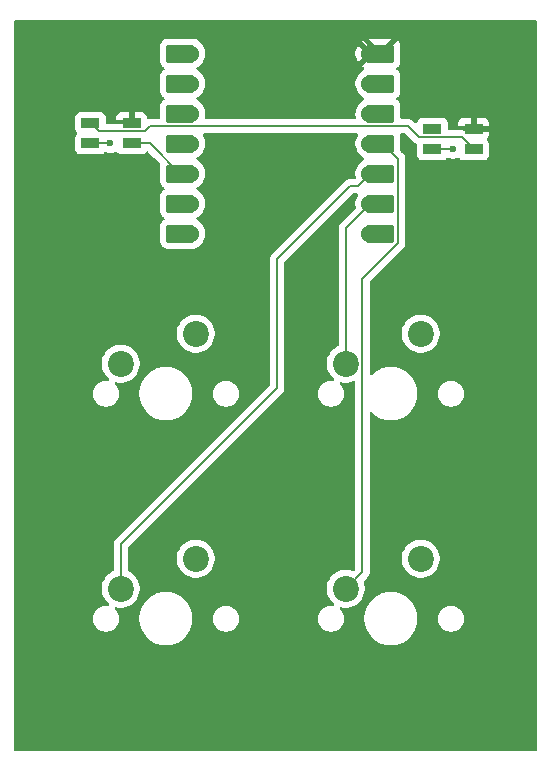
<source format=gbr>
%TF.GenerationSoftware,KiCad,Pcbnew,9.0.6*%
%TF.CreationDate,2025-12-25T21:37:21-05:00*%
%TF.ProjectId,hpad,68706164-2e6b-4696-9361-645f70636258,rev?*%
%TF.SameCoordinates,Original*%
%TF.FileFunction,Copper,L1,Top*%
%TF.FilePolarity,Positive*%
%FSLAX46Y46*%
G04 Gerber Fmt 4.6, Leading zero omitted, Abs format (unit mm)*
G04 Created by KiCad (PCBNEW 9.0.6) date 2025-12-25 21:37:21*
%MOMM*%
%LPD*%
G01*
G04 APERTURE LIST*
G04 Aperture macros list*
%AMRoundRect*
0 Rectangle with rounded corners*
0 $1 Rounding radius*
0 $2 $3 $4 $5 $6 $7 $8 $9 X,Y pos of 4 corners*
0 Add a 4 corners polygon primitive as box body*
4,1,4,$2,$3,$4,$5,$6,$7,$8,$9,$2,$3,0*
0 Add four circle primitives for the rounded corners*
1,1,$1+$1,$2,$3*
1,1,$1+$1,$4,$5*
1,1,$1+$1,$6,$7*
1,1,$1+$1,$8,$9*
0 Add four rect primitives between the rounded corners*
20,1,$1+$1,$2,$3,$4,$5,0*
20,1,$1+$1,$4,$5,$6,$7,0*
20,1,$1+$1,$6,$7,$8,$9,0*
20,1,$1+$1,$8,$9,$2,$3,0*%
G04 Aperture macros list end*
%TA.AperFunction,SMDPad,CuDef*%
%ADD10RoundRect,0.152400X1.063600X0.609600X-1.063600X0.609600X-1.063600X-0.609600X1.063600X-0.609600X0*%
%TD*%
%TA.AperFunction,ComponentPad*%
%ADD11C,1.524000*%
%TD*%
%TA.AperFunction,SMDPad,CuDef*%
%ADD12RoundRect,0.152400X-1.063600X-0.609600X1.063600X-0.609600X1.063600X0.609600X-1.063600X0.609600X0*%
%TD*%
%TA.AperFunction,ComponentPad*%
%ADD13C,2.200000*%
%TD*%
%TA.AperFunction,SMDPad,CuDef*%
%ADD14R,1.600000X0.850000*%
%TD*%
%TA.AperFunction,ViaPad*%
%ADD15C,0.600000*%
%TD*%
%TA.AperFunction,Conductor*%
%ADD16C,0.200000*%
%TD*%
G04 APERTURE END LIST*
D10*
%TO.P,U1,1,GPIO26/ADC0/A0*%
%TO.N,unconnected-(U1-GPIO26{slash}ADC0{slash}A0-Pad1)*%
X159825000Y-83300000D03*
D11*
X160660000Y-83300000D03*
D10*
%TO.P,U1,2,GPIO27/ADC1/A1*%
%TO.N,unconnected-(U1-GPIO27{slash}ADC1{slash}A1-Pad2)*%
X159825000Y-85840000D03*
D11*
X160660000Y-85840000D03*
D10*
%TO.P,U1,3,GPIO28/ADC2/A2*%
%TO.N,unconnected-(U1-GPIO28{slash}ADC2{slash}A2-Pad3)*%
X159825000Y-88380000D03*
D11*
X160660000Y-88380000D03*
D10*
%TO.P,U1,4,GPIO29/ADC3/A3*%
%TO.N,unconnected-(U1-GPIO29{slash}ADC3{slash}A3-Pad4)*%
X159825000Y-90920000D03*
D11*
X160660000Y-90920000D03*
D10*
%TO.P,U1,5,GPIO6/SDA*%
%TO.N,Net-(D1-DIN)*%
X159825000Y-93460000D03*
D11*
X160660000Y-93460000D03*
D10*
%TO.P,U1,6,GPIO7/SCL*%
%TO.N,unconnected-(U1-GPIO7{slash}SCL-Pad6)*%
X159825000Y-96000000D03*
D11*
X160660000Y-96000000D03*
D10*
%TO.P,U1,7,GPIO0/TX*%
%TO.N,unconnected-(U1-GPIO0{slash}TX-Pad7)*%
X159825000Y-98540000D03*
D11*
X160660000Y-98540000D03*
%TO.P,U1,8,GPIO1/RX*%
%TO.N,Net-(U1-GPIO1{slash}RX)*%
X175900000Y-98540000D03*
D12*
X176735000Y-98540000D03*
D11*
%TO.P,U1,9,GPIO2/SCK*%
%TO.N,Net-(U1-GPIO2{slash}SCK)*%
X175900000Y-96000000D03*
D12*
X176735000Y-96000000D03*
D11*
%TO.P,U1,10,GPIO4/MISO*%
%TO.N,Net-(U1-GPIO4{slash}MISO)*%
X175900000Y-93460000D03*
D12*
X176735000Y-93460000D03*
D11*
%TO.P,U1,11,GPIO3/MOSI*%
%TO.N,Net-(U1-GPIO3{slash}MOSI)*%
X175900000Y-90920000D03*
D12*
X176735000Y-90920000D03*
D11*
%TO.P,U1,12,3V3*%
%TO.N,unconnected-(U1-3V3-Pad12)*%
X175900000Y-88380000D03*
D12*
X176735000Y-88380000D03*
D11*
%TO.P,U1,13,GND*%
%TO.N,GND*%
X175900000Y-85840000D03*
D12*
X176735000Y-85840000D03*
D11*
%TO.P,U1,14,VBUS*%
%TO.N,+5V*%
X175900000Y-83300000D03*
D12*
X176735000Y-83300000D03*
%TD*%
D13*
%TO.P,SW1,1,1*%
%TO.N,GND*%
X161131250Y-106997500D03*
%TO.P,SW1,2,2*%
%TO.N,Net-(U1-GPIO1{slash}RX)*%
X154781250Y-109537500D03*
%TD*%
D14*
%TO.P,D1,1,DOUT*%
%TO.N,Net-(D1-DOUT)*%
X152200000Y-89150000D03*
%TO.P,D1,2,VSS*%
%TO.N,GND*%
X152200000Y-90900000D03*
%TO.P,D1,3,DIN*%
%TO.N,Net-(D1-DIN)*%
X155700000Y-90900000D03*
%TO.P,D1,4,VDD*%
%TO.N,+5V*%
X155700000Y-89150000D03*
%TD*%
D13*
%TO.P,SW3,1,1*%
%TO.N,GND*%
X161131250Y-126047500D03*
%TO.P,SW3,2,2*%
%TO.N,Net-(U1-GPIO4{slash}MISO)*%
X154781250Y-128587500D03*
%TD*%
D14*
%TO.P,D2,1,DOUT*%
%TO.N,unconnected-(D2-DOUT-Pad1)*%
X181150000Y-89650000D03*
%TO.P,D2,2,VSS*%
%TO.N,GND*%
X181150000Y-91400000D03*
%TO.P,D2,3,DIN*%
%TO.N,Net-(D1-DOUT)*%
X184650000Y-91400000D03*
%TO.P,D2,4,VDD*%
%TO.N,+5V*%
X184650000Y-89650000D03*
%TD*%
D13*
%TO.P,SW4,1,1*%
%TO.N,GND*%
X180181250Y-126047500D03*
%TO.P,SW4,2,2*%
%TO.N,Net-(U1-GPIO3{slash}MOSI)*%
X173831250Y-128587500D03*
%TD*%
%TO.P,SW2,1,1*%
%TO.N,GND*%
X180181250Y-106997500D03*
%TO.P,SW2,2,2*%
%TO.N,Net-(U1-GPIO2{slash}SCK)*%
X173831250Y-109537500D03*
%TD*%
D15*
%TO.N,GND*%
X182900000Y-91400000D03*
X153900000Y-90900000D03*
%TD*%
D16*
%TO.N,Net-(D1-DIN)*%
X155700000Y-90900000D02*
X157265000Y-90900000D01*
X157265000Y-90900000D02*
X159825000Y-93460000D01*
%TO.N,GND*%
X181150000Y-91400000D02*
X182900000Y-91400000D01*
X152200000Y-90900000D02*
X153900000Y-90900000D01*
%TO.N,Net-(D1-DOUT)*%
X157234000Y-89443000D02*
X179116000Y-89443000D01*
X183626000Y-90376000D02*
X184650000Y-91400000D01*
X179116000Y-89443000D02*
X180049000Y-90376000D01*
X180049000Y-90376000D02*
X183626000Y-90376000D01*
X156801000Y-89876000D02*
X157234000Y-89443000D01*
X152200000Y-89150000D02*
X152926000Y-89876000D01*
X152926000Y-89876000D02*
X156801000Y-89876000D01*
%TO.N,Net-(U1-GPIO1{slash}RX)*%
X154818750Y-109500000D02*
X155100000Y-109500000D01*
X154781250Y-109537500D02*
X154818750Y-109500000D01*
%TO.N,Net-(U1-GPIO2{slash}SCK)*%
X173831250Y-109537500D02*
X173831250Y-98068750D01*
X173831250Y-98068750D02*
X175900000Y-96000000D01*
%TO.N,Net-(U1-GPIO4{slash}MISO)*%
X154781250Y-124818750D02*
X168000000Y-111600000D01*
X168000000Y-111600000D02*
X168000000Y-100700000D01*
X168000000Y-100700000D02*
X174177000Y-94523000D01*
X154781250Y-128587500D02*
X154781250Y-124818750D01*
X174177000Y-94523000D02*
X174837000Y-94523000D01*
X174837000Y-94523000D02*
X175900000Y-93460000D01*
%TO.N,Net-(U1-GPIO3{slash}MOSI)*%
X175232250Y-102361376D02*
X178252000Y-99341626D01*
X178252000Y-99341626D02*
X178252000Y-92194370D01*
X173831250Y-128587500D02*
X175232250Y-127186500D01*
X178252000Y-92194370D02*
X176977630Y-90920000D01*
X176977630Y-90920000D02*
X175900000Y-90920000D01*
X175232250Y-127186500D02*
X175232250Y-102361376D01*
%TD*%
%TA.AperFunction,Conductor*%
%TO.N,+5V*%
G36*
X189942539Y-80442435D02*
G01*
X189988294Y-80495239D01*
X189999500Y-80546750D01*
X189999500Y-142250500D01*
X189979815Y-142317539D01*
X189927011Y-142363294D01*
X189875500Y-142374500D01*
X145880750Y-142374500D01*
X145813711Y-142354815D01*
X145767956Y-142302011D01*
X145756750Y-142250500D01*
X145756750Y-111990889D01*
X152410750Y-111990889D01*
X152410750Y-112164111D01*
X152437848Y-112335201D01*
X152491377Y-112499945D01*
X152570018Y-112654288D01*
X152671836Y-112794428D01*
X152794322Y-112916914D01*
X152934462Y-113018732D01*
X153088805Y-113097373D01*
X153253549Y-113150902D01*
X153424639Y-113178000D01*
X153424640Y-113178000D01*
X153597860Y-113178000D01*
X153597861Y-113178000D01*
X153768951Y-113150902D01*
X153933695Y-113097373D01*
X154088038Y-113018732D01*
X154228178Y-112916914D01*
X154350664Y-112794428D01*
X154452482Y-112654288D01*
X154531123Y-112499945D01*
X154584652Y-112335201D01*
X154611750Y-112164111D01*
X154611750Y-111990889D01*
X154602104Y-111929986D01*
X156340750Y-111929986D01*
X156340750Y-112225013D01*
X156372821Y-112468613D01*
X156379257Y-112517493D01*
X156453462Y-112794430D01*
X156455611Y-112802451D01*
X156455614Y-112802461D01*
X156568504Y-113075000D01*
X156568508Y-113075010D01*
X156716011Y-113330493D01*
X156895602Y-113564540D01*
X156895608Y-113564547D01*
X157104202Y-113773141D01*
X157104209Y-113773147D01*
X157338256Y-113952738D01*
X157593739Y-114100241D01*
X157593740Y-114100241D01*
X157593743Y-114100243D01*
X157866298Y-114213139D01*
X158151257Y-114289493D01*
X158443744Y-114328000D01*
X158443751Y-114328000D01*
X158738749Y-114328000D01*
X158738756Y-114328000D01*
X159031243Y-114289493D01*
X159316202Y-114213139D01*
X159588757Y-114100243D01*
X159844244Y-113952738D01*
X160078292Y-113773146D01*
X160286896Y-113564542D01*
X160466488Y-113330494D01*
X160613993Y-113075007D01*
X160726889Y-112802452D01*
X160803243Y-112517493D01*
X160841750Y-112225006D01*
X160841750Y-111990889D01*
X162570750Y-111990889D01*
X162570750Y-112164111D01*
X162597848Y-112335201D01*
X162651377Y-112499945D01*
X162730018Y-112654288D01*
X162831836Y-112794428D01*
X162954322Y-112916914D01*
X163094462Y-113018732D01*
X163248805Y-113097373D01*
X163413549Y-113150902D01*
X163584639Y-113178000D01*
X163584640Y-113178000D01*
X163757860Y-113178000D01*
X163757861Y-113178000D01*
X163928951Y-113150902D01*
X164093695Y-113097373D01*
X164248038Y-113018732D01*
X164388178Y-112916914D01*
X164510664Y-112794428D01*
X164612482Y-112654288D01*
X164691123Y-112499945D01*
X164744652Y-112335201D01*
X164771750Y-112164111D01*
X164771750Y-111990889D01*
X164744652Y-111819799D01*
X164691123Y-111655055D01*
X164612482Y-111500712D01*
X164510664Y-111360572D01*
X164388178Y-111238086D01*
X164248038Y-111136268D01*
X164093695Y-111057627D01*
X163928951Y-111004098D01*
X163928949Y-111004097D01*
X163928948Y-111004097D01*
X163797521Y-110983281D01*
X163757861Y-110977000D01*
X163584639Y-110977000D01*
X163544978Y-110983281D01*
X163413552Y-111004097D01*
X163248802Y-111057628D01*
X163094461Y-111136268D01*
X163037539Y-111177625D01*
X162954322Y-111238086D01*
X162954320Y-111238088D01*
X162954319Y-111238088D01*
X162831838Y-111360569D01*
X162831838Y-111360570D01*
X162831836Y-111360572D01*
X162788109Y-111420756D01*
X162730018Y-111500711D01*
X162651378Y-111655052D01*
X162597847Y-111819802D01*
X162574263Y-111968709D01*
X162570750Y-111990889D01*
X160841750Y-111990889D01*
X160841750Y-111929994D01*
X160803243Y-111637507D01*
X160726889Y-111352548D01*
X160613993Y-111079993D01*
X160585792Y-111031148D01*
X160466488Y-110824506D01*
X160286897Y-110590459D01*
X160286891Y-110590452D01*
X160078297Y-110381858D01*
X160078290Y-110381852D01*
X159844243Y-110202261D01*
X159588760Y-110054758D01*
X159588750Y-110054754D01*
X159316211Y-109941864D01*
X159316204Y-109941862D01*
X159316202Y-109941861D01*
X159031243Y-109865507D01*
X158982363Y-109859071D01*
X158738763Y-109827000D01*
X158738756Y-109827000D01*
X158443744Y-109827000D01*
X158443736Y-109827000D01*
X158165335Y-109863653D01*
X158151257Y-109865507D01*
X157976678Y-109912285D01*
X157866298Y-109941861D01*
X157866288Y-109941864D01*
X157593749Y-110054754D01*
X157593739Y-110054758D01*
X157338256Y-110202261D01*
X157104209Y-110381852D01*
X157104202Y-110381858D01*
X156895608Y-110590452D01*
X156895602Y-110590459D01*
X156716011Y-110824506D01*
X156568508Y-111079989D01*
X156568504Y-111079999D01*
X156455614Y-111352538D01*
X156455611Y-111352548D01*
X156379258Y-111637504D01*
X156379256Y-111637515D01*
X156340750Y-111929986D01*
X154602104Y-111929986D01*
X154584652Y-111819799D01*
X154531123Y-111655055D01*
X154452482Y-111500712D01*
X154350664Y-111360572D01*
X154298732Y-111308640D01*
X154265247Y-111247317D01*
X154270231Y-111177625D01*
X154312103Y-111121692D01*
X154377567Y-111097275D01*
X154405811Y-111098486D01*
X154406462Y-111098589D01*
X154406465Y-111098590D01*
X154655288Y-111138000D01*
X154655289Y-111138000D01*
X154907211Y-111138000D01*
X154907212Y-111138000D01*
X155156035Y-111098590D01*
X155395629Y-111020741D01*
X155620095Y-110906370D01*
X155823906Y-110758293D01*
X156002043Y-110580156D01*
X156150120Y-110376345D01*
X156264491Y-110151879D01*
X156342340Y-109912285D01*
X156381750Y-109663462D01*
X156381750Y-109411538D01*
X156342340Y-109162715D01*
X156264491Y-108923121D01*
X156264489Y-108923118D01*
X156264489Y-108923116D01*
X156222997Y-108841684D01*
X156150120Y-108698655D01*
X156048357Y-108558590D01*
X156002048Y-108494850D01*
X156002044Y-108494845D01*
X155823904Y-108316705D01*
X155823899Y-108316701D01*
X155620098Y-108168632D01*
X155620097Y-108168631D01*
X155620095Y-108168630D01*
X155549997Y-108132913D01*
X155395633Y-108054260D01*
X155156035Y-107976410D01*
X155123134Y-107971199D01*
X154907212Y-107937000D01*
X154655288Y-107937000D01*
X154530876Y-107956705D01*
X154406464Y-107976410D01*
X154166866Y-108054260D01*
X153942401Y-108168632D01*
X153738600Y-108316701D01*
X153738595Y-108316705D01*
X153560455Y-108494845D01*
X153560451Y-108494850D01*
X153412382Y-108698651D01*
X153298010Y-108923116D01*
X153220160Y-109162714D01*
X153180750Y-109411538D01*
X153180750Y-109663461D01*
X153220160Y-109912285D01*
X153298010Y-110151883D01*
X153412382Y-110376348D01*
X153560451Y-110580149D01*
X153560455Y-110580154D01*
X153560457Y-110580156D01*
X153738594Y-110758293D01*
X153738595Y-110758294D01*
X153738594Y-110758294D01*
X153744911Y-110762883D01*
X153787577Y-110818214D01*
X153793555Y-110887827D01*
X153760949Y-110949622D01*
X153700110Y-110983979D01*
X153652628Y-110985674D01*
X153597861Y-110977000D01*
X153424639Y-110977000D01*
X153384978Y-110983281D01*
X153253552Y-111004097D01*
X153088802Y-111057628D01*
X152934461Y-111136268D01*
X152877539Y-111177625D01*
X152794322Y-111238086D01*
X152794320Y-111238088D01*
X152794319Y-111238088D01*
X152671838Y-111360569D01*
X152671838Y-111360570D01*
X152671836Y-111360572D01*
X152628109Y-111420756D01*
X152570018Y-111500711D01*
X152491378Y-111655052D01*
X152437847Y-111819802D01*
X152414263Y-111968709D01*
X152410750Y-111990889D01*
X145756750Y-111990889D01*
X145756750Y-106871538D01*
X159530750Y-106871538D01*
X159530750Y-107123461D01*
X159570160Y-107372285D01*
X159648010Y-107611883D01*
X159762382Y-107836348D01*
X159910451Y-108040149D01*
X159910455Y-108040154D01*
X160088595Y-108218294D01*
X160088600Y-108218298D01*
X160266367Y-108347452D01*
X160292405Y-108366370D01*
X160435434Y-108439247D01*
X160516866Y-108480739D01*
X160516868Y-108480739D01*
X160516871Y-108480741D01*
X160756465Y-108558590D01*
X161005288Y-108598000D01*
X161005289Y-108598000D01*
X161257211Y-108598000D01*
X161257212Y-108598000D01*
X161506035Y-108558590D01*
X161745629Y-108480741D01*
X161970095Y-108366370D01*
X162173906Y-108218293D01*
X162352043Y-108040156D01*
X162500120Y-107836345D01*
X162614491Y-107611879D01*
X162692340Y-107372285D01*
X162731750Y-107123462D01*
X162731750Y-106871538D01*
X162692340Y-106622715D01*
X162614491Y-106383121D01*
X162614489Y-106383118D01*
X162614489Y-106383116D01*
X162572997Y-106301684D01*
X162500120Y-106158655D01*
X162481202Y-106132617D01*
X162352048Y-105954850D01*
X162352044Y-105954845D01*
X162173904Y-105776705D01*
X162173899Y-105776701D01*
X161970098Y-105628632D01*
X161970097Y-105628631D01*
X161970095Y-105628630D01*
X161899997Y-105592913D01*
X161745633Y-105514260D01*
X161506035Y-105436410D01*
X161257212Y-105397000D01*
X161005288Y-105397000D01*
X160880876Y-105416705D01*
X160756464Y-105436410D01*
X160516866Y-105514260D01*
X160292401Y-105628632D01*
X160088600Y-105776701D01*
X160088595Y-105776705D01*
X159910455Y-105954845D01*
X159910451Y-105954850D01*
X159762382Y-106158651D01*
X159648010Y-106383116D01*
X159570160Y-106622714D01*
X159530750Y-106871538D01*
X145756750Y-106871538D01*
X145756750Y-88677135D01*
X150899500Y-88677135D01*
X150899500Y-89622870D01*
X150899501Y-89622876D01*
X150905908Y-89682483D01*
X150956202Y-89817328D01*
X150956206Y-89817335D01*
X151042452Y-89932544D01*
X151047227Y-89937319D01*
X151080712Y-89998642D01*
X151075728Y-90068334D01*
X151047227Y-90112681D01*
X151042452Y-90117455D01*
X150956206Y-90232664D01*
X150956202Y-90232671D01*
X150905908Y-90367517D01*
X150899501Y-90427116D01*
X150899500Y-90427135D01*
X150899500Y-91372870D01*
X150899501Y-91372876D01*
X150905908Y-91432483D01*
X150956202Y-91567328D01*
X150956206Y-91567335D01*
X151042452Y-91682544D01*
X151042455Y-91682547D01*
X151157664Y-91768793D01*
X151157671Y-91768797D01*
X151292517Y-91819091D01*
X151292516Y-91819091D01*
X151299444Y-91819835D01*
X151352127Y-91825500D01*
X153047872Y-91825499D01*
X153107483Y-91819091D01*
X153242331Y-91768796D01*
X153357546Y-91682546D01*
X153380265Y-91652197D01*
X153436197Y-91610326D01*
X153505889Y-91605342D01*
X153526983Y-91611947D01*
X153666498Y-91669735D01*
X153666503Y-91669737D01*
X153821153Y-91700499D01*
X153821156Y-91700500D01*
X153821158Y-91700500D01*
X153978844Y-91700500D01*
X153978845Y-91700499D01*
X154133497Y-91669737D01*
X154246166Y-91623067D01*
X154279172Y-91609397D01*
X154279172Y-91609396D01*
X154279179Y-91609394D01*
X154320445Y-91581821D01*
X154387122Y-91560942D01*
X154454502Y-91579426D01*
X154488602Y-91610609D01*
X154542454Y-91682546D01*
X154578472Y-91709509D01*
X154657664Y-91768793D01*
X154657671Y-91768797D01*
X154792517Y-91819091D01*
X154792516Y-91819091D01*
X154799444Y-91819835D01*
X154852127Y-91825500D01*
X156547872Y-91825499D01*
X156607483Y-91819091D01*
X156742331Y-91768796D01*
X156857546Y-91682546D01*
X156917674Y-91602224D01*
X156973607Y-91560355D01*
X157043299Y-91555371D01*
X157104620Y-91588855D01*
X157601790Y-92086026D01*
X158093732Y-92577968D01*
X158127217Y-92639291D01*
X158125128Y-92700242D01*
X158111414Y-92747448D01*
X158111412Y-92747458D01*
X158108500Y-92784458D01*
X158108500Y-94135541D01*
X158111412Y-94172546D01*
X158111413Y-94172552D01*
X158157434Y-94330954D01*
X158157435Y-94330957D01*
X158241405Y-94472943D01*
X158241412Y-94472952D01*
X158358047Y-94589587D01*
X158358050Y-94589589D01*
X158358053Y-94589592D01*
X158414996Y-94623268D01*
X158462679Y-94674338D01*
X158475182Y-94743079D01*
X158448536Y-94807669D01*
X158414996Y-94836732D01*
X158358053Y-94870408D01*
X158358047Y-94870412D01*
X158241412Y-94987047D01*
X158241405Y-94987056D01*
X158157435Y-95129042D01*
X158157434Y-95129045D01*
X158111413Y-95287447D01*
X158111412Y-95287453D01*
X158108500Y-95324458D01*
X158108500Y-96675541D01*
X158111412Y-96712546D01*
X158111413Y-96712552D01*
X158157434Y-96870954D01*
X158157435Y-96870957D01*
X158241405Y-97012943D01*
X158241412Y-97012952D01*
X158358047Y-97129587D01*
X158358050Y-97129589D01*
X158358053Y-97129592D01*
X158414996Y-97163268D01*
X158462679Y-97214338D01*
X158475182Y-97283079D01*
X158448536Y-97347669D01*
X158414996Y-97376732D01*
X158358053Y-97410408D01*
X158358047Y-97410412D01*
X158241412Y-97527047D01*
X158241405Y-97527056D01*
X158157435Y-97669042D01*
X158157434Y-97669045D01*
X158111413Y-97827447D01*
X158111412Y-97827453D01*
X158108500Y-97864458D01*
X158108500Y-99215541D01*
X158111412Y-99252546D01*
X158111413Y-99252552D01*
X158157434Y-99410954D01*
X158157435Y-99410957D01*
X158241405Y-99552943D01*
X158241412Y-99552952D01*
X158358047Y-99669587D01*
X158358051Y-99669590D01*
X158358053Y-99669592D01*
X158500041Y-99753564D01*
X158541816Y-99765701D01*
X158658447Y-99799586D01*
X158658450Y-99799586D01*
X158658452Y-99799587D01*
X158695466Y-99802500D01*
X158695474Y-99802500D01*
X160954526Y-99802500D01*
X160954534Y-99802500D01*
X160991548Y-99799587D01*
X160991550Y-99799586D01*
X160991552Y-99799586D01*
X161033323Y-99787449D01*
X161149959Y-99753564D01*
X161291947Y-99669592D01*
X161388148Y-99573389D01*
X161402939Y-99560758D01*
X161482464Y-99502981D01*
X161622981Y-99362464D01*
X161739787Y-99201694D01*
X161830005Y-99024632D01*
X161891413Y-98835636D01*
X161922500Y-98639361D01*
X161922500Y-98440639D01*
X161891413Y-98244364D01*
X161830005Y-98055368D01*
X161830005Y-98055367D01*
X161739786Y-97878305D01*
X161622981Y-97717536D01*
X161482464Y-97577019D01*
X161402938Y-97519240D01*
X161396175Y-97513960D01*
X161392000Y-97510461D01*
X161291947Y-97410408D01*
X161226259Y-97371560D01*
X161218477Y-97365038D01*
X161204510Y-97344073D01*
X161187321Y-97325663D01*
X161185471Y-97315492D01*
X161179740Y-97306890D01*
X161179324Y-97281702D01*
X161174817Y-97256921D01*
X161178758Y-97247366D01*
X161178588Y-97237030D01*
X161191856Y-97215616D01*
X161201462Y-97192332D01*
X161211874Y-97183309D01*
X161215389Y-97177638D01*
X161222127Y-97174425D01*
X161235004Y-97163268D01*
X161291947Y-97129592D01*
X161388148Y-97033389D01*
X161402939Y-97020758D01*
X161482464Y-96962981D01*
X161622981Y-96822464D01*
X161739787Y-96661694D01*
X161830005Y-96484632D01*
X161891413Y-96295636D01*
X161922500Y-96099361D01*
X161922500Y-95900639D01*
X161891413Y-95704364D01*
X161830005Y-95515368D01*
X161830005Y-95515367D01*
X161739786Y-95338305D01*
X161739783Y-95338301D01*
X161622981Y-95177536D01*
X161482464Y-95037019D01*
X161402938Y-94979240D01*
X161396175Y-94973960D01*
X161392000Y-94970461D01*
X161291947Y-94870408D01*
X161226259Y-94831560D01*
X161218477Y-94825038D01*
X161204510Y-94804073D01*
X161187321Y-94785663D01*
X161185471Y-94775492D01*
X161179740Y-94766890D01*
X161179324Y-94741702D01*
X161174817Y-94716921D01*
X161178758Y-94707366D01*
X161178588Y-94697030D01*
X161191856Y-94675616D01*
X161201462Y-94652332D01*
X161211874Y-94643309D01*
X161215389Y-94637638D01*
X161222127Y-94634425D01*
X161235004Y-94623268D01*
X161291947Y-94589592D01*
X161388148Y-94493389D01*
X161402939Y-94480758D01*
X161482464Y-94422981D01*
X161622981Y-94282464D01*
X161739787Y-94121694D01*
X161830005Y-93944632D01*
X161891413Y-93755636D01*
X161922500Y-93559361D01*
X161922500Y-93360639D01*
X161891413Y-93164364D01*
X161830005Y-92975368D01*
X161830005Y-92975367D01*
X161739786Y-92798305D01*
X161622981Y-92637536D01*
X161482464Y-92497019D01*
X161402937Y-92439239D01*
X161396175Y-92433960D01*
X161392000Y-92430461D01*
X161291947Y-92330408D01*
X161226259Y-92291560D01*
X161218477Y-92285038D01*
X161204510Y-92264073D01*
X161187321Y-92245663D01*
X161185471Y-92235492D01*
X161179740Y-92226890D01*
X161179324Y-92201702D01*
X161174817Y-92176921D01*
X161178758Y-92167366D01*
X161178588Y-92157030D01*
X161191856Y-92135616D01*
X161201462Y-92112332D01*
X161211874Y-92103309D01*
X161215389Y-92097638D01*
X161222127Y-92094425D01*
X161235004Y-92083268D01*
X161291947Y-92049592D01*
X161388148Y-91953389D01*
X161402939Y-91940758D01*
X161414329Y-91932483D01*
X161482464Y-91882981D01*
X161622981Y-91742464D01*
X161739787Y-91581694D01*
X161830005Y-91404632D01*
X161891413Y-91215636D01*
X161922500Y-91019361D01*
X161922500Y-90820639D01*
X161891413Y-90624364D01*
X161830005Y-90435368D01*
X161830005Y-90435367D01*
X161776466Y-90330293D01*
X161739787Y-90258306D01*
X161739785Y-90258303D01*
X161739784Y-90258301D01*
X161726768Y-90240386D01*
X161703287Y-90174580D01*
X161719112Y-90106526D01*
X161769217Y-90057831D01*
X161827085Y-90043500D01*
X174732915Y-90043500D01*
X174799954Y-90063185D01*
X174845709Y-90115989D01*
X174855653Y-90185147D01*
X174833232Y-90240386D01*
X174820215Y-90258301D01*
X174729994Y-90435367D01*
X174729993Y-90435370D01*
X174668587Y-90624362D01*
X174637500Y-90820639D01*
X174637500Y-91019360D01*
X174668587Y-91215637D01*
X174729993Y-91404629D01*
X174729994Y-91404632D01*
X174801330Y-91544635D01*
X174820213Y-91581694D01*
X174937019Y-91742464D01*
X174937021Y-91742466D01*
X175077539Y-91882984D01*
X175157060Y-91940758D01*
X175163824Y-91946039D01*
X175167998Y-91949537D01*
X175268053Y-92049592D01*
X175333737Y-92088437D01*
X175341522Y-92094962D01*
X175355488Y-92115926D01*
X175372679Y-92134338D01*
X175374528Y-92144506D01*
X175380260Y-92153110D01*
X175380674Y-92178297D01*
X175385182Y-92203079D01*
X175381239Y-92212634D01*
X175381410Y-92222970D01*
X175368143Y-92244381D01*
X175358536Y-92267669D01*
X175348122Y-92276692D01*
X175344609Y-92282363D01*
X175337871Y-92285575D01*
X175324996Y-92296732D01*
X175268053Y-92330408D01*
X175268046Y-92330413D01*
X175171854Y-92426604D01*
X175157061Y-92439239D01*
X175077536Y-92497018D01*
X174937021Y-92637533D01*
X174820213Y-92798305D01*
X174729994Y-92975367D01*
X174729993Y-92975370D01*
X174668587Y-93164362D01*
X174637500Y-93360639D01*
X174637500Y-93559360D01*
X174668586Y-93755636D01*
X174669131Y-93757903D01*
X174669086Y-93758790D01*
X174669349Y-93760448D01*
X174669000Y-93760503D01*
X174668612Y-93768268D01*
X174672240Y-93777994D01*
X174666895Y-93802568D01*
X174665638Y-93827685D01*
X174659202Y-93837938D01*
X174657391Y-93846267D01*
X174636241Y-93874522D01*
X174624587Y-93886177D01*
X174563265Y-93919665D01*
X174536902Y-93922500D01*
X174256057Y-93922500D01*
X174097943Y-93922500D01*
X173945215Y-93963423D01*
X173945214Y-93963423D01*
X173945212Y-93963424D01*
X173945209Y-93963425D01*
X173895096Y-93992359D01*
X173895095Y-93992360D01*
X173851689Y-94017420D01*
X173808285Y-94042479D01*
X173808282Y-94042481D01*
X167519481Y-100331282D01*
X167519479Y-100331285D01*
X167469361Y-100418094D01*
X167469359Y-100418096D01*
X167440425Y-100468209D01*
X167440424Y-100468210D01*
X167440423Y-100468215D01*
X167399499Y-100620943D01*
X167399499Y-100620945D01*
X167399499Y-100789046D01*
X167399500Y-100789059D01*
X167399500Y-111299902D01*
X167379815Y-111366941D01*
X167363181Y-111387583D01*
X154300731Y-124450032D01*
X154300729Y-124450035D01*
X154250611Y-124536844D01*
X154250609Y-124536846D01*
X154221675Y-124586959D01*
X154221674Y-124586960D01*
X154221673Y-124586965D01*
X154180749Y-124739693D01*
X154180749Y-124739695D01*
X154180749Y-124907796D01*
X154180750Y-124907809D01*
X154180750Y-127021199D01*
X154161065Y-127088238D01*
X154113045Y-127131684D01*
X153942401Y-127218632D01*
X153738600Y-127366701D01*
X153738595Y-127366705D01*
X153560455Y-127544845D01*
X153560451Y-127544850D01*
X153412382Y-127748651D01*
X153298010Y-127973116D01*
X153220160Y-128212714D01*
X153180750Y-128461538D01*
X153180750Y-128713461D01*
X153220160Y-128962285D01*
X153298010Y-129201883D01*
X153412382Y-129426348D01*
X153560451Y-129630149D01*
X153560455Y-129630154D01*
X153560457Y-129630156D01*
X153738594Y-129808293D01*
X153738595Y-129808294D01*
X153738594Y-129808294D01*
X153744911Y-129812883D01*
X153787577Y-129868214D01*
X153793555Y-129937827D01*
X153760949Y-129999622D01*
X153700110Y-130033979D01*
X153652628Y-130035674D01*
X153597861Y-130027000D01*
X153424639Y-130027000D01*
X153384978Y-130033281D01*
X153253552Y-130054097D01*
X153088802Y-130107628D01*
X152934461Y-130186268D01*
X152877539Y-130227625D01*
X152794322Y-130288086D01*
X152794320Y-130288088D01*
X152794319Y-130288088D01*
X152671838Y-130410569D01*
X152671838Y-130410570D01*
X152671836Y-130410572D01*
X152628109Y-130470756D01*
X152570018Y-130550711D01*
X152491378Y-130705052D01*
X152437847Y-130869802D01*
X152410750Y-131040889D01*
X152410750Y-131214111D01*
X152437848Y-131385201D01*
X152491377Y-131549945D01*
X152570018Y-131704288D01*
X152671836Y-131844428D01*
X152794322Y-131966914D01*
X152934462Y-132068732D01*
X153088805Y-132147373D01*
X153253549Y-132200902D01*
X153424639Y-132228000D01*
X153424640Y-132228000D01*
X153597860Y-132228000D01*
X153597861Y-132228000D01*
X153768951Y-132200902D01*
X153933695Y-132147373D01*
X154088038Y-132068732D01*
X154228178Y-131966914D01*
X154350664Y-131844428D01*
X154452482Y-131704288D01*
X154531123Y-131549945D01*
X154584652Y-131385201D01*
X154611750Y-131214111D01*
X154611750Y-131040889D01*
X154602104Y-130979986D01*
X156340750Y-130979986D01*
X156340750Y-131275013D01*
X156372821Y-131518613D01*
X156379257Y-131567493D01*
X156453462Y-131844430D01*
X156455611Y-131852451D01*
X156455614Y-131852461D01*
X156568504Y-132125000D01*
X156568508Y-132125010D01*
X156716011Y-132380493D01*
X156895602Y-132614540D01*
X156895608Y-132614547D01*
X157104202Y-132823141D01*
X157104209Y-132823147D01*
X157338256Y-133002738D01*
X157593739Y-133150241D01*
X157593740Y-133150241D01*
X157593743Y-133150243D01*
X157866298Y-133263139D01*
X158151257Y-133339493D01*
X158443744Y-133378000D01*
X158443751Y-133378000D01*
X158738749Y-133378000D01*
X158738756Y-133378000D01*
X159031243Y-133339493D01*
X159316202Y-133263139D01*
X159588757Y-133150243D01*
X159844244Y-133002738D01*
X160078292Y-132823146D01*
X160286896Y-132614542D01*
X160466488Y-132380494D01*
X160613993Y-132125007D01*
X160726889Y-131852452D01*
X160803243Y-131567493D01*
X160841750Y-131275006D01*
X160841750Y-131040889D01*
X162570750Y-131040889D01*
X162570750Y-131214111D01*
X162597848Y-131385201D01*
X162651377Y-131549945D01*
X162730018Y-131704288D01*
X162831836Y-131844428D01*
X162954322Y-131966914D01*
X163094462Y-132068732D01*
X163248805Y-132147373D01*
X163413549Y-132200902D01*
X163584639Y-132228000D01*
X163584640Y-132228000D01*
X163757860Y-132228000D01*
X163757861Y-132228000D01*
X163928951Y-132200902D01*
X164093695Y-132147373D01*
X164248038Y-132068732D01*
X164388178Y-131966914D01*
X164510664Y-131844428D01*
X164612482Y-131704288D01*
X164691123Y-131549945D01*
X164744652Y-131385201D01*
X164771750Y-131214111D01*
X164771750Y-131040889D01*
X164744652Y-130869799D01*
X164691123Y-130705055D01*
X164612482Y-130550712D01*
X164510664Y-130410572D01*
X164388178Y-130288086D01*
X164248038Y-130186268D01*
X164093695Y-130107627D01*
X163928951Y-130054098D01*
X163928949Y-130054097D01*
X163928948Y-130054097D01*
X163797521Y-130033281D01*
X163757861Y-130027000D01*
X163584639Y-130027000D01*
X163544978Y-130033281D01*
X163413552Y-130054097D01*
X163248802Y-130107628D01*
X163094461Y-130186268D01*
X163037539Y-130227625D01*
X162954322Y-130288086D01*
X162954320Y-130288088D01*
X162954319Y-130288088D01*
X162831838Y-130410569D01*
X162831838Y-130410570D01*
X162831836Y-130410572D01*
X162788109Y-130470756D01*
X162730018Y-130550711D01*
X162651378Y-130705052D01*
X162597847Y-130869802D01*
X162570750Y-131040889D01*
X160841750Y-131040889D01*
X160841750Y-130979994D01*
X160803243Y-130687507D01*
X160726889Y-130402548D01*
X160613993Y-130129993D01*
X160558559Y-130033979D01*
X160466488Y-129874506D01*
X160286897Y-129640459D01*
X160286891Y-129640452D01*
X160078297Y-129431858D01*
X160078290Y-129431852D01*
X159844243Y-129252261D01*
X159588760Y-129104758D01*
X159588750Y-129104754D01*
X159316211Y-128991864D01*
X159316204Y-128991862D01*
X159316202Y-128991861D01*
X159031243Y-128915507D01*
X158982363Y-128909071D01*
X158738763Y-128877000D01*
X158738756Y-128877000D01*
X158443744Y-128877000D01*
X158443736Y-128877000D01*
X158165335Y-128913653D01*
X158151257Y-128915507D01*
X157976678Y-128962285D01*
X157866298Y-128991861D01*
X157866288Y-128991864D01*
X157593749Y-129104754D01*
X157593739Y-129104758D01*
X157338256Y-129252261D01*
X157104209Y-129431852D01*
X157104202Y-129431858D01*
X156895608Y-129640452D01*
X156895602Y-129640459D01*
X156716011Y-129874506D01*
X156568508Y-130129989D01*
X156568504Y-130129999D01*
X156455614Y-130402538D01*
X156455611Y-130402548D01*
X156379258Y-130687504D01*
X156379256Y-130687515D01*
X156340750Y-130979986D01*
X154602104Y-130979986D01*
X154584652Y-130869799D01*
X154531123Y-130705055D01*
X154452482Y-130550712D01*
X154350664Y-130410572D01*
X154298732Y-130358640D01*
X154265247Y-130297317D01*
X154270231Y-130227625D01*
X154312103Y-130171692D01*
X154377567Y-130147275D01*
X154405811Y-130148486D01*
X154406462Y-130148589D01*
X154406465Y-130148590D01*
X154655288Y-130188000D01*
X154655289Y-130188000D01*
X154907211Y-130188000D01*
X154907212Y-130188000D01*
X155156035Y-130148590D01*
X155395629Y-130070741D01*
X155620095Y-129956370D01*
X155823906Y-129808293D01*
X156002043Y-129630156D01*
X156150120Y-129426345D01*
X156264491Y-129201879D01*
X156342340Y-128962285D01*
X156381750Y-128713462D01*
X156381750Y-128461538D01*
X156342340Y-128212715D01*
X156264491Y-127973121D01*
X156264489Y-127973118D01*
X156264489Y-127973116D01*
X156222997Y-127891684D01*
X156150120Y-127748655D01*
X156098228Y-127677232D01*
X156002048Y-127544850D01*
X156002044Y-127544845D01*
X155823904Y-127366705D01*
X155823899Y-127366701D01*
X155620098Y-127218632D01*
X155620097Y-127218631D01*
X155620095Y-127218630D01*
X155550436Y-127183137D01*
X155449455Y-127131684D01*
X155398659Y-127083709D01*
X155381750Y-127021199D01*
X155381750Y-125921538D01*
X159530750Y-125921538D01*
X159530750Y-126173461D01*
X159570160Y-126422285D01*
X159648010Y-126661883D01*
X159762382Y-126886348D01*
X159910451Y-127090149D01*
X159910455Y-127090154D01*
X160088595Y-127268294D01*
X160088600Y-127268298D01*
X160266367Y-127397452D01*
X160292405Y-127416370D01*
X160435434Y-127489247D01*
X160516866Y-127530739D01*
X160516868Y-127530739D01*
X160516871Y-127530741D01*
X160756465Y-127608590D01*
X161005288Y-127648000D01*
X161005289Y-127648000D01*
X161257211Y-127648000D01*
X161257212Y-127648000D01*
X161506035Y-127608590D01*
X161745629Y-127530741D01*
X161970095Y-127416370D01*
X162173906Y-127268293D01*
X162352043Y-127090156D01*
X162500120Y-126886345D01*
X162614491Y-126661879D01*
X162692340Y-126422285D01*
X162731750Y-126173462D01*
X162731750Y-125921538D01*
X162692340Y-125672715D01*
X162614491Y-125433121D01*
X162614489Y-125433118D01*
X162614489Y-125433116D01*
X162572997Y-125351684D01*
X162500120Y-125208655D01*
X162434871Y-125118847D01*
X162352048Y-125004850D01*
X162352044Y-125004845D01*
X162173904Y-124826705D01*
X162173899Y-124826701D01*
X161970098Y-124678632D01*
X161970097Y-124678631D01*
X161970095Y-124678630D01*
X161899997Y-124642913D01*
X161745633Y-124564260D01*
X161506035Y-124486410D01*
X161257212Y-124447000D01*
X161005288Y-124447000D01*
X160880876Y-124466705D01*
X160756464Y-124486410D01*
X160516866Y-124564260D01*
X160292401Y-124678632D01*
X160088600Y-124826701D01*
X160088595Y-124826705D01*
X159910455Y-125004845D01*
X159910451Y-125004850D01*
X159762382Y-125208651D01*
X159648010Y-125433116D01*
X159570160Y-125672714D01*
X159530750Y-125921538D01*
X155381750Y-125921538D01*
X155381750Y-125118847D01*
X155401435Y-125051808D01*
X155418069Y-125031166D01*
X156111007Y-124338228D01*
X168480520Y-111968716D01*
X168559577Y-111831784D01*
X168600501Y-111679057D01*
X168600501Y-111520942D01*
X168600501Y-111513347D01*
X168600500Y-111513329D01*
X168600500Y-101000097D01*
X168620185Y-100933058D01*
X168636819Y-100912416D01*
X174389416Y-95159819D01*
X174450739Y-95126334D01*
X174477097Y-95123500D01*
X174732915Y-95123500D01*
X174799954Y-95143185D01*
X174845709Y-95195989D01*
X174855653Y-95265147D01*
X174833232Y-95320386D01*
X174820215Y-95338301D01*
X174729994Y-95515367D01*
X174729993Y-95515370D01*
X174668587Y-95704362D01*
X174637500Y-95900639D01*
X174637500Y-96099360D01*
X174668586Y-96295636D01*
X174669131Y-96297903D01*
X174669086Y-96298790D01*
X174669349Y-96300448D01*
X174669000Y-96300503D01*
X174665638Y-96367685D01*
X174636237Y-96414526D01*
X173462536Y-97588228D01*
X173350731Y-97700032D01*
X173350729Y-97700035D01*
X173300611Y-97786844D01*
X173300609Y-97786846D01*
X173271675Y-97836959D01*
X173271674Y-97836960D01*
X173255794Y-97896222D01*
X173230749Y-97989693D01*
X173230749Y-97989695D01*
X173230749Y-98157796D01*
X173230750Y-98157809D01*
X173230750Y-107971199D01*
X173211065Y-108038238D01*
X173163045Y-108081684D01*
X172992401Y-108168632D01*
X172788600Y-108316701D01*
X172788595Y-108316705D01*
X172610455Y-108494845D01*
X172610451Y-108494850D01*
X172462382Y-108698651D01*
X172348010Y-108923116D01*
X172270160Y-109162714D01*
X172230750Y-109411538D01*
X172230750Y-109663461D01*
X172270160Y-109912285D01*
X172348010Y-110151883D01*
X172462382Y-110376348D01*
X172610451Y-110580149D01*
X172610455Y-110580154D01*
X172610457Y-110580156D01*
X172788594Y-110758293D01*
X172788595Y-110758294D01*
X172788594Y-110758294D01*
X172794911Y-110762883D01*
X172837577Y-110818214D01*
X172843555Y-110887827D01*
X172810949Y-110949622D01*
X172750110Y-110983979D01*
X172702628Y-110985674D01*
X172647861Y-110977000D01*
X172474639Y-110977000D01*
X172434978Y-110983281D01*
X172303552Y-111004097D01*
X172138802Y-111057628D01*
X171984461Y-111136268D01*
X171927539Y-111177625D01*
X171844322Y-111238086D01*
X171844320Y-111238088D01*
X171844319Y-111238088D01*
X171721838Y-111360569D01*
X171721838Y-111360570D01*
X171721836Y-111360572D01*
X171678109Y-111420756D01*
X171620018Y-111500711D01*
X171541378Y-111655052D01*
X171487847Y-111819802D01*
X171464263Y-111968709D01*
X171460750Y-111990889D01*
X171460750Y-112164111D01*
X171487848Y-112335201D01*
X171541377Y-112499945D01*
X171620018Y-112654288D01*
X171721836Y-112794428D01*
X171844322Y-112916914D01*
X171984462Y-113018732D01*
X172138805Y-113097373D01*
X172303549Y-113150902D01*
X172474639Y-113178000D01*
X172474640Y-113178000D01*
X172647860Y-113178000D01*
X172647861Y-113178000D01*
X172818951Y-113150902D01*
X172983695Y-113097373D01*
X173138038Y-113018732D01*
X173278178Y-112916914D01*
X173400664Y-112794428D01*
X173502482Y-112654288D01*
X173581123Y-112499945D01*
X173634652Y-112335201D01*
X173661750Y-112164111D01*
X173661750Y-111990889D01*
X173634652Y-111819799D01*
X173581123Y-111655055D01*
X173502482Y-111500712D01*
X173400664Y-111360572D01*
X173348732Y-111308640D01*
X173315247Y-111247317D01*
X173320231Y-111177625D01*
X173362103Y-111121692D01*
X173427567Y-111097275D01*
X173455811Y-111098486D01*
X173456462Y-111098589D01*
X173456465Y-111098590D01*
X173705288Y-111138000D01*
X173705289Y-111138000D01*
X173957211Y-111138000D01*
X173957212Y-111138000D01*
X174206035Y-111098590D01*
X174445629Y-111020741D01*
X174451450Y-111017774D01*
X174520118Y-111004875D01*
X174584860Y-111031148D01*
X174625120Y-111088253D01*
X174631750Y-111128257D01*
X174631750Y-126886402D01*
X174623105Y-126915839D01*
X174616582Y-126945830D01*
X174612826Y-126950846D01*
X174612065Y-126953441D01*
X174595431Y-126974084D01*
X174514173Y-127055341D01*
X174452849Y-127088825D01*
X174388174Y-127085590D01*
X174206037Y-127026410D01*
X174040153Y-127000136D01*
X173957212Y-126987000D01*
X173705288Y-126987000D01*
X173580876Y-127006705D01*
X173456464Y-127026410D01*
X173216866Y-127104260D01*
X172992401Y-127218632D01*
X172788600Y-127366701D01*
X172788595Y-127366705D01*
X172610455Y-127544845D01*
X172610451Y-127544850D01*
X172462382Y-127748651D01*
X172348010Y-127973116D01*
X172270160Y-128212714D01*
X172230750Y-128461538D01*
X172230750Y-128713461D01*
X172270160Y-128962285D01*
X172348010Y-129201883D01*
X172462382Y-129426348D01*
X172610451Y-129630149D01*
X172610455Y-129630154D01*
X172610457Y-129630156D01*
X172788594Y-129808293D01*
X172788595Y-129808294D01*
X172788594Y-129808294D01*
X172794911Y-129812883D01*
X172837577Y-129868214D01*
X172843555Y-129937827D01*
X172810949Y-129999622D01*
X172750110Y-130033979D01*
X172702628Y-130035674D01*
X172647861Y-130027000D01*
X172474639Y-130027000D01*
X172434978Y-130033281D01*
X172303552Y-130054097D01*
X172138802Y-130107628D01*
X171984461Y-130186268D01*
X171927539Y-130227625D01*
X171844322Y-130288086D01*
X171844320Y-130288088D01*
X171844319Y-130288088D01*
X171721838Y-130410569D01*
X171721838Y-130410570D01*
X171721836Y-130410572D01*
X171678109Y-130470756D01*
X171620018Y-130550711D01*
X171541378Y-130705052D01*
X171487847Y-130869802D01*
X171460750Y-131040889D01*
X171460750Y-131214111D01*
X171487848Y-131385201D01*
X171541377Y-131549945D01*
X171620018Y-131704288D01*
X171721836Y-131844428D01*
X171844322Y-131966914D01*
X171984462Y-132068732D01*
X172138805Y-132147373D01*
X172303549Y-132200902D01*
X172474639Y-132228000D01*
X172474640Y-132228000D01*
X172647860Y-132228000D01*
X172647861Y-132228000D01*
X172818951Y-132200902D01*
X172983695Y-132147373D01*
X173138038Y-132068732D01*
X173278178Y-131966914D01*
X173400664Y-131844428D01*
X173502482Y-131704288D01*
X173581123Y-131549945D01*
X173634652Y-131385201D01*
X173661750Y-131214111D01*
X173661750Y-131040889D01*
X173652104Y-130979986D01*
X175390750Y-130979986D01*
X175390750Y-131275013D01*
X175422821Y-131518613D01*
X175429257Y-131567493D01*
X175503462Y-131844430D01*
X175505611Y-131852451D01*
X175505614Y-131852461D01*
X175618504Y-132125000D01*
X175618508Y-132125010D01*
X175766011Y-132380493D01*
X175945602Y-132614540D01*
X175945608Y-132614547D01*
X176154202Y-132823141D01*
X176154209Y-132823147D01*
X176388256Y-133002738D01*
X176643739Y-133150241D01*
X176643740Y-133150241D01*
X176643743Y-133150243D01*
X176916298Y-133263139D01*
X177201257Y-133339493D01*
X177493744Y-133378000D01*
X177493751Y-133378000D01*
X177788749Y-133378000D01*
X177788756Y-133378000D01*
X178081243Y-133339493D01*
X178366202Y-133263139D01*
X178638757Y-133150243D01*
X178894244Y-133002738D01*
X179128292Y-132823146D01*
X179336896Y-132614542D01*
X179516488Y-132380494D01*
X179663993Y-132125007D01*
X179776889Y-131852452D01*
X179853243Y-131567493D01*
X179891750Y-131275006D01*
X179891750Y-131040889D01*
X181620750Y-131040889D01*
X181620750Y-131214111D01*
X181647848Y-131385201D01*
X181701377Y-131549945D01*
X181780018Y-131704288D01*
X181881836Y-131844428D01*
X182004322Y-131966914D01*
X182144462Y-132068732D01*
X182298805Y-132147373D01*
X182463549Y-132200902D01*
X182634639Y-132228000D01*
X182634640Y-132228000D01*
X182807860Y-132228000D01*
X182807861Y-132228000D01*
X182978951Y-132200902D01*
X183143695Y-132147373D01*
X183298038Y-132068732D01*
X183438178Y-131966914D01*
X183560664Y-131844428D01*
X183662482Y-131704288D01*
X183741123Y-131549945D01*
X183794652Y-131385201D01*
X183821750Y-131214111D01*
X183821750Y-131040889D01*
X183794652Y-130869799D01*
X183741123Y-130705055D01*
X183662482Y-130550712D01*
X183560664Y-130410572D01*
X183438178Y-130288086D01*
X183298038Y-130186268D01*
X183143695Y-130107627D01*
X182978951Y-130054098D01*
X182978949Y-130054097D01*
X182978948Y-130054097D01*
X182847521Y-130033281D01*
X182807861Y-130027000D01*
X182634639Y-130027000D01*
X182594978Y-130033281D01*
X182463552Y-130054097D01*
X182298802Y-130107628D01*
X182144461Y-130186268D01*
X182087539Y-130227625D01*
X182004322Y-130288086D01*
X182004320Y-130288088D01*
X182004319Y-130288088D01*
X181881838Y-130410569D01*
X181881838Y-130410570D01*
X181881836Y-130410572D01*
X181838109Y-130470756D01*
X181780018Y-130550711D01*
X181701378Y-130705052D01*
X181647847Y-130869802D01*
X181620750Y-131040889D01*
X179891750Y-131040889D01*
X179891750Y-130979994D01*
X179853243Y-130687507D01*
X179776889Y-130402548D01*
X179663993Y-130129993D01*
X179608559Y-130033979D01*
X179516488Y-129874506D01*
X179336897Y-129640459D01*
X179336891Y-129640452D01*
X179128297Y-129431858D01*
X179128290Y-129431852D01*
X178894243Y-129252261D01*
X178638760Y-129104758D01*
X178638750Y-129104754D01*
X178366211Y-128991864D01*
X178366204Y-128991862D01*
X178366202Y-128991861D01*
X178081243Y-128915507D01*
X178032363Y-128909071D01*
X177788763Y-128877000D01*
X177788756Y-128877000D01*
X177493744Y-128877000D01*
X177493736Y-128877000D01*
X177215335Y-128913653D01*
X177201257Y-128915507D01*
X177026678Y-128962285D01*
X176916298Y-128991861D01*
X176916288Y-128991864D01*
X176643749Y-129104754D01*
X176643739Y-129104758D01*
X176388256Y-129252261D01*
X176154209Y-129431852D01*
X176154202Y-129431858D01*
X175945608Y-129640452D01*
X175945602Y-129640459D01*
X175766011Y-129874506D01*
X175618508Y-130129989D01*
X175618504Y-130129999D01*
X175505614Y-130402538D01*
X175505611Y-130402548D01*
X175429258Y-130687504D01*
X175429256Y-130687515D01*
X175390750Y-130979986D01*
X173652104Y-130979986D01*
X173634652Y-130869799D01*
X173581123Y-130705055D01*
X173502482Y-130550712D01*
X173400664Y-130410572D01*
X173348732Y-130358640D01*
X173315247Y-130297317D01*
X173320231Y-130227625D01*
X173362103Y-130171692D01*
X173427567Y-130147275D01*
X173455811Y-130148486D01*
X173456462Y-130148589D01*
X173456465Y-130148590D01*
X173705288Y-130188000D01*
X173705289Y-130188000D01*
X173957211Y-130188000D01*
X173957212Y-130188000D01*
X174206035Y-130148590D01*
X174445629Y-130070741D01*
X174670095Y-129956370D01*
X174873906Y-129808293D01*
X175052043Y-129630156D01*
X175200120Y-129426345D01*
X175314491Y-129201879D01*
X175392340Y-128962285D01*
X175431750Y-128713462D01*
X175431750Y-128461538D01*
X175392340Y-128212715D01*
X175392339Y-128212711D01*
X175392339Y-128212710D01*
X175333159Y-128030573D01*
X175331164Y-127960732D01*
X175363407Y-127904576D01*
X175590756Y-127677228D01*
X175590761Y-127677224D01*
X175600964Y-127667020D01*
X175600966Y-127667020D01*
X175712770Y-127555216D01*
X175785862Y-127428616D01*
X175791827Y-127418285D01*
X175832750Y-127265558D01*
X175832750Y-127107443D01*
X175832750Y-125921538D01*
X178580750Y-125921538D01*
X178580750Y-126173461D01*
X178620160Y-126422285D01*
X178698010Y-126661883D01*
X178812382Y-126886348D01*
X178960451Y-127090149D01*
X178960455Y-127090154D01*
X179138595Y-127268294D01*
X179138600Y-127268298D01*
X179316367Y-127397452D01*
X179342405Y-127416370D01*
X179485434Y-127489247D01*
X179566866Y-127530739D01*
X179566868Y-127530739D01*
X179566871Y-127530741D01*
X179806465Y-127608590D01*
X180055288Y-127648000D01*
X180055289Y-127648000D01*
X180307211Y-127648000D01*
X180307212Y-127648000D01*
X180556035Y-127608590D01*
X180795629Y-127530741D01*
X181020095Y-127416370D01*
X181223906Y-127268293D01*
X181402043Y-127090156D01*
X181550120Y-126886345D01*
X181664491Y-126661879D01*
X181742340Y-126422285D01*
X181781750Y-126173462D01*
X181781750Y-125921538D01*
X181742340Y-125672715D01*
X181664491Y-125433121D01*
X181664489Y-125433118D01*
X181664489Y-125433116D01*
X181622997Y-125351684D01*
X181550120Y-125208655D01*
X181484871Y-125118847D01*
X181402048Y-125004850D01*
X181402044Y-125004845D01*
X181223904Y-124826705D01*
X181223899Y-124826701D01*
X181020098Y-124678632D01*
X181020097Y-124678631D01*
X181020095Y-124678630D01*
X180949997Y-124642913D01*
X180795633Y-124564260D01*
X180556035Y-124486410D01*
X180307212Y-124447000D01*
X180055288Y-124447000D01*
X179930876Y-124466705D01*
X179806464Y-124486410D01*
X179566866Y-124564260D01*
X179342401Y-124678632D01*
X179138600Y-124826701D01*
X179138595Y-124826705D01*
X178960455Y-125004845D01*
X178960451Y-125004850D01*
X178812382Y-125208651D01*
X178698010Y-125433116D01*
X178620160Y-125672714D01*
X178580750Y-125921538D01*
X175832750Y-125921538D01*
X175832750Y-113751051D01*
X175852435Y-113684012D01*
X175905239Y-113638257D01*
X175974397Y-113628313D01*
X176037953Y-113657338D01*
X176044431Y-113663370D01*
X176154202Y-113773141D01*
X176154209Y-113773147D01*
X176388256Y-113952738D01*
X176643739Y-114100241D01*
X176643740Y-114100241D01*
X176643743Y-114100243D01*
X176916298Y-114213139D01*
X177201257Y-114289493D01*
X177493744Y-114328000D01*
X177493751Y-114328000D01*
X177788749Y-114328000D01*
X177788756Y-114328000D01*
X178081243Y-114289493D01*
X178366202Y-114213139D01*
X178638757Y-114100243D01*
X178894244Y-113952738D01*
X179128292Y-113773146D01*
X179336896Y-113564542D01*
X179516488Y-113330494D01*
X179663993Y-113075007D01*
X179776889Y-112802452D01*
X179853243Y-112517493D01*
X179891750Y-112225006D01*
X179891750Y-111990889D01*
X181620750Y-111990889D01*
X181620750Y-112164111D01*
X181647848Y-112335201D01*
X181701377Y-112499945D01*
X181780018Y-112654288D01*
X181881836Y-112794428D01*
X182004322Y-112916914D01*
X182144462Y-113018732D01*
X182298805Y-113097373D01*
X182463549Y-113150902D01*
X182634639Y-113178000D01*
X182634640Y-113178000D01*
X182807860Y-113178000D01*
X182807861Y-113178000D01*
X182978951Y-113150902D01*
X183143695Y-113097373D01*
X183298038Y-113018732D01*
X183438178Y-112916914D01*
X183560664Y-112794428D01*
X183662482Y-112654288D01*
X183741123Y-112499945D01*
X183794652Y-112335201D01*
X183821750Y-112164111D01*
X183821750Y-111990889D01*
X183794652Y-111819799D01*
X183741123Y-111655055D01*
X183662482Y-111500712D01*
X183560664Y-111360572D01*
X183438178Y-111238086D01*
X183298038Y-111136268D01*
X183143695Y-111057627D01*
X182978951Y-111004098D01*
X182978949Y-111004097D01*
X182978948Y-111004097D01*
X182847521Y-110983281D01*
X182807861Y-110977000D01*
X182634639Y-110977000D01*
X182594978Y-110983281D01*
X182463552Y-111004097D01*
X182298802Y-111057628D01*
X182144461Y-111136268D01*
X182087539Y-111177625D01*
X182004322Y-111238086D01*
X182004320Y-111238088D01*
X182004319Y-111238088D01*
X181881838Y-111360569D01*
X181881838Y-111360570D01*
X181881836Y-111360572D01*
X181838109Y-111420756D01*
X181780018Y-111500711D01*
X181701378Y-111655052D01*
X181647847Y-111819802D01*
X181624263Y-111968709D01*
X181620750Y-111990889D01*
X179891750Y-111990889D01*
X179891750Y-111929994D01*
X179853243Y-111637507D01*
X179776889Y-111352548D01*
X179663993Y-111079993D01*
X179635792Y-111031148D01*
X179516488Y-110824506D01*
X179336897Y-110590459D01*
X179336891Y-110590452D01*
X179128297Y-110381858D01*
X179128290Y-110381852D01*
X178894243Y-110202261D01*
X178638760Y-110054758D01*
X178638750Y-110054754D01*
X178366211Y-109941864D01*
X178366204Y-109941862D01*
X178366202Y-109941861D01*
X178081243Y-109865507D01*
X178032363Y-109859071D01*
X177788763Y-109827000D01*
X177788756Y-109827000D01*
X177493744Y-109827000D01*
X177493736Y-109827000D01*
X177215335Y-109863653D01*
X177201257Y-109865507D01*
X177026678Y-109912285D01*
X176916298Y-109941861D01*
X176916288Y-109941864D01*
X176643749Y-110054754D01*
X176643739Y-110054758D01*
X176388256Y-110202261D01*
X176154209Y-110381852D01*
X176154202Y-110381858D01*
X176044431Y-110491630D01*
X175983108Y-110525115D01*
X175913416Y-110520131D01*
X175857483Y-110478259D01*
X175833066Y-110412795D01*
X175832750Y-110403949D01*
X175832750Y-106871538D01*
X178580750Y-106871538D01*
X178580750Y-107123461D01*
X178620160Y-107372285D01*
X178698010Y-107611883D01*
X178812382Y-107836348D01*
X178960451Y-108040149D01*
X178960455Y-108040154D01*
X179138595Y-108218294D01*
X179138600Y-108218298D01*
X179316367Y-108347452D01*
X179342405Y-108366370D01*
X179485434Y-108439247D01*
X179566866Y-108480739D01*
X179566868Y-108480739D01*
X179566871Y-108480741D01*
X179806465Y-108558590D01*
X180055288Y-108598000D01*
X180055289Y-108598000D01*
X180307211Y-108598000D01*
X180307212Y-108598000D01*
X180556035Y-108558590D01*
X180795629Y-108480741D01*
X181020095Y-108366370D01*
X181223906Y-108218293D01*
X181402043Y-108040156D01*
X181550120Y-107836345D01*
X181664491Y-107611879D01*
X181742340Y-107372285D01*
X181781750Y-107123462D01*
X181781750Y-106871538D01*
X181742340Y-106622715D01*
X181664491Y-106383121D01*
X181664489Y-106383118D01*
X181664489Y-106383116D01*
X181622997Y-106301684D01*
X181550120Y-106158655D01*
X181531202Y-106132617D01*
X181402048Y-105954850D01*
X181402044Y-105954845D01*
X181223904Y-105776705D01*
X181223899Y-105776701D01*
X181020098Y-105628632D01*
X181020097Y-105628631D01*
X181020095Y-105628630D01*
X180949997Y-105592913D01*
X180795633Y-105514260D01*
X180556035Y-105436410D01*
X180307212Y-105397000D01*
X180055288Y-105397000D01*
X179930876Y-105416705D01*
X179806464Y-105436410D01*
X179566866Y-105514260D01*
X179342401Y-105628632D01*
X179138600Y-105776701D01*
X179138595Y-105776705D01*
X178960455Y-105954845D01*
X178960451Y-105954850D01*
X178812382Y-106158651D01*
X178698010Y-106383116D01*
X178620160Y-106622714D01*
X178580750Y-106871538D01*
X175832750Y-106871538D01*
X175832750Y-102661472D01*
X175852435Y-102594433D01*
X175869064Y-102573796D01*
X178610506Y-99832353D01*
X178610511Y-99832350D01*
X178620714Y-99822146D01*
X178620716Y-99822146D01*
X178732520Y-99710342D01*
X178811577Y-99573410D01*
X178852500Y-99420683D01*
X178852500Y-92115313D01*
X178811577Y-91962586D01*
X178794197Y-91932482D01*
X178732524Y-91825660D01*
X178732521Y-91825656D01*
X178732520Y-91825654D01*
X178620716Y-91713850D01*
X178620715Y-91713849D01*
X178616385Y-91709519D01*
X178616374Y-91709509D01*
X178487819Y-91580954D01*
X178454334Y-91519631D01*
X178451500Y-91493273D01*
X178451500Y-90244473D01*
X178451499Y-90244458D01*
X178450571Y-90232671D01*
X178448587Y-90207452D01*
X178447031Y-90202096D01*
X178447105Y-90175841D01*
X178443369Y-90149853D01*
X178447203Y-90141456D01*
X178447230Y-90132226D01*
X178461486Y-90110180D01*
X178472394Y-90086297D01*
X178480159Y-90081306D01*
X178485172Y-90073556D01*
X178509084Y-90062717D01*
X178531172Y-90048523D01*
X178544690Y-90046579D01*
X178548810Y-90044712D01*
X178566107Y-90043500D01*
X178815903Y-90043500D01*
X178882942Y-90063185D01*
X178903584Y-90079819D01*
X179564139Y-90740374D01*
X179564149Y-90740385D01*
X179568479Y-90744715D01*
X179568480Y-90744716D01*
X179680284Y-90856520D01*
X179746456Y-90894724D01*
X179787501Y-90918422D01*
X179798957Y-90930436D01*
X179835715Y-90968985D01*
X179835715Y-90968986D01*
X179835716Y-90968987D01*
X179835717Y-90968997D01*
X179849500Y-91025807D01*
X179849500Y-91872870D01*
X179849501Y-91872876D01*
X179855908Y-91932483D01*
X179906202Y-92067328D01*
X179906206Y-92067335D01*
X179992452Y-92182544D01*
X179992455Y-92182547D01*
X180107664Y-92268793D01*
X180107671Y-92268797D01*
X180242517Y-92319091D01*
X180242516Y-92319091D01*
X180249444Y-92319835D01*
X180302127Y-92325500D01*
X181997872Y-92325499D01*
X182057483Y-92319091D01*
X182192331Y-92268796D01*
X182307546Y-92182546D01*
X182344725Y-92132881D01*
X182400657Y-92091010D01*
X182470349Y-92086026D01*
X182512882Y-92104090D01*
X182520814Y-92109390D01*
X182520827Y-92109397D01*
X182635825Y-92157030D01*
X182666503Y-92169737D01*
X182806076Y-92197500D01*
X182821153Y-92200499D01*
X182821156Y-92200500D01*
X182821158Y-92200500D01*
X182978844Y-92200500D01*
X182978845Y-92200499D01*
X183133497Y-92169737D01*
X183279179Y-92109394D01*
X183287116Y-92104090D01*
X183353790Y-92083211D01*
X183421171Y-92101693D01*
X183455271Y-92132877D01*
X183492454Y-92182546D01*
X183492455Y-92182546D01*
X183492456Y-92182548D01*
X183607664Y-92268793D01*
X183607671Y-92268797D01*
X183742517Y-92319091D01*
X183742516Y-92319091D01*
X183749444Y-92319835D01*
X183802127Y-92325500D01*
X185497872Y-92325499D01*
X185557483Y-92319091D01*
X185692331Y-92268796D01*
X185807546Y-92182546D01*
X185893796Y-92067331D01*
X185944091Y-91932483D01*
X185950500Y-91872873D01*
X185950499Y-90927128D01*
X185944091Y-90867517D01*
X185939989Y-90856520D01*
X185893797Y-90732671D01*
X185893793Y-90732664D01*
X185807547Y-90617455D01*
X185802416Y-90612324D01*
X185768931Y-90551001D01*
X185773915Y-90481309D01*
X185802416Y-90436962D01*
X185807190Y-90432187D01*
X185893350Y-90317093D01*
X185893354Y-90317086D01*
X185943596Y-90182379D01*
X185943598Y-90182372D01*
X185950000Y-90122837D01*
X185950000Y-89900000D01*
X184035771Y-89900000D01*
X184020282Y-89895850D01*
X184006538Y-89896505D01*
X183973772Y-89883388D01*
X183963087Y-89877219D01*
X183898990Y-89840213D01*
X183857785Y-89816423D01*
X183705057Y-89775499D01*
X183546943Y-89775499D01*
X183539347Y-89775499D01*
X183539331Y-89775500D01*
X182574500Y-89775500D01*
X182507461Y-89755815D01*
X182461706Y-89703011D01*
X182450500Y-89651500D01*
X182450499Y-89177155D01*
X183350000Y-89177155D01*
X183350000Y-89400000D01*
X184400000Y-89400000D01*
X184900000Y-89400000D01*
X185950000Y-89400000D01*
X185950000Y-89177172D01*
X185949999Y-89177155D01*
X185943598Y-89117627D01*
X185943596Y-89117620D01*
X185893354Y-88982913D01*
X185893350Y-88982906D01*
X185807190Y-88867812D01*
X185807187Y-88867809D01*
X185692093Y-88781649D01*
X185692086Y-88781645D01*
X185557379Y-88731403D01*
X185557372Y-88731401D01*
X185497844Y-88725000D01*
X184900000Y-88725000D01*
X184900000Y-89400000D01*
X184400000Y-89400000D01*
X184400000Y-88725000D01*
X183802155Y-88725000D01*
X183742627Y-88731401D01*
X183742620Y-88731403D01*
X183607913Y-88781645D01*
X183607906Y-88781649D01*
X183492812Y-88867809D01*
X183492809Y-88867812D01*
X183406649Y-88982906D01*
X183406645Y-88982913D01*
X183356403Y-89117620D01*
X183356401Y-89117627D01*
X183350000Y-89177155D01*
X182450499Y-89177155D01*
X182450499Y-89177129D01*
X182450498Y-89177123D01*
X182450218Y-89174521D01*
X182444091Y-89117517D01*
X182434961Y-89093039D01*
X182393797Y-88982671D01*
X182393793Y-88982664D01*
X182307547Y-88867455D01*
X182307544Y-88867452D01*
X182192335Y-88781206D01*
X182192328Y-88781202D01*
X182057482Y-88730908D01*
X182057483Y-88730908D01*
X181997883Y-88724501D01*
X181997881Y-88724500D01*
X181997873Y-88724500D01*
X181997864Y-88724500D01*
X180302129Y-88724500D01*
X180302123Y-88724501D01*
X180242516Y-88730908D01*
X180107671Y-88781202D01*
X180107664Y-88781206D01*
X179992455Y-88867452D01*
X179992452Y-88867455D01*
X179906206Y-88982664D01*
X179906202Y-88982671D01*
X179864616Y-89094169D01*
X179864616Y-89094171D01*
X179846690Y-89118116D01*
X179822745Y-89150104D01*
X179757280Y-89174521D01*
X179689007Y-89159669D01*
X179660753Y-89138518D01*
X179603590Y-89081355D01*
X179603588Y-89081352D01*
X179484717Y-88962481D01*
X179484716Y-88962480D01*
X179397904Y-88912360D01*
X179397904Y-88912359D01*
X179397900Y-88912358D01*
X179347785Y-88883423D01*
X179195057Y-88842499D01*
X179036943Y-88842499D01*
X179029347Y-88842499D01*
X179029331Y-88842500D01*
X178575500Y-88842500D01*
X178508461Y-88822815D01*
X178462706Y-88770011D01*
X178451500Y-88718500D01*
X178451500Y-87704473D01*
X178451499Y-87704458D01*
X178448587Y-87667453D01*
X178448586Y-87667447D01*
X178402565Y-87509045D01*
X178402564Y-87509042D01*
X178402564Y-87509041D01*
X178318592Y-87367053D01*
X178318590Y-87367051D01*
X178318587Y-87367047D01*
X178201952Y-87250412D01*
X178201944Y-87250406D01*
X178145004Y-87216732D01*
X178097321Y-87165663D01*
X178084817Y-87096921D01*
X178111462Y-87032332D01*
X178145004Y-87003268D01*
X178201947Y-86969592D01*
X178318592Y-86852947D01*
X178402564Y-86710959D01*
X178448587Y-86552548D01*
X178451500Y-86515534D01*
X178451500Y-85164466D01*
X178448587Y-85127452D01*
X178402564Y-84969041D01*
X178318592Y-84827053D01*
X178318590Y-84827051D01*
X178318587Y-84827047D01*
X178201952Y-84710412D01*
X178201949Y-84710410D01*
X178201947Y-84710408D01*
X178144511Y-84676440D01*
X178096829Y-84625371D01*
X178084326Y-84556630D01*
X178110972Y-84492040D01*
X178144514Y-84462976D01*
X178201637Y-84429193D01*
X178201643Y-84429189D01*
X178318189Y-84312643D01*
X178318196Y-84312634D01*
X178402102Y-84170756D01*
X178402103Y-84170753D01*
X178448088Y-84012473D01*
X178448089Y-84012467D01*
X178450999Y-83975488D01*
X178450999Y-82624530D01*
X178450998Y-82624508D01*
X178448089Y-82587533D01*
X178402102Y-82429242D01*
X178318196Y-82287365D01*
X178318192Y-82287360D01*
X178209691Y-82178860D01*
X176999457Y-83389095D01*
X176938134Y-83422580D01*
X176868442Y-83417596D01*
X176824095Y-83389095D01*
X176735000Y-83300000D01*
X176645905Y-83389095D01*
X176584582Y-83422580D01*
X176514890Y-83417596D01*
X176470543Y-83389095D01*
X176344500Y-83263052D01*
X176344500Y-83241480D01*
X176314208Y-83128429D01*
X176255689Y-83027070D01*
X176172930Y-82944311D01*
X176071571Y-82885792D01*
X175958520Y-82855500D01*
X175936948Y-82855500D01*
X175260307Y-82178859D01*
X175196360Y-82242807D01*
X175815905Y-82862352D01*
X175728429Y-82885792D01*
X175627070Y-82944311D01*
X175544311Y-83027070D01*
X175485792Y-83128429D01*
X175462352Y-83215905D01*
X174847730Y-82601282D01*
X174847729Y-82601283D01*
X174820643Y-82638564D01*
X174730457Y-82815562D01*
X174669075Y-83004476D01*
X174669075Y-83004479D01*
X174638000Y-83200678D01*
X174638000Y-83399321D01*
X174669075Y-83595520D01*
X174669075Y-83595523D01*
X174730457Y-83784437D01*
X174820641Y-83961432D01*
X174847730Y-83998715D01*
X175462352Y-83384093D01*
X175485792Y-83471571D01*
X175544311Y-83572930D01*
X175627070Y-83655689D01*
X175728429Y-83714208D01*
X175815904Y-83737647D01*
X175196360Y-84357191D01*
X175268360Y-84429192D01*
X175268364Y-84429195D01*
X175325486Y-84462977D01*
X175373169Y-84514046D01*
X175385673Y-84582788D01*
X175359028Y-84647377D01*
X175341975Y-84664779D01*
X175334204Y-84671285D01*
X175268053Y-84710408D01*
X175167990Y-84810469D01*
X175163784Y-84813992D01*
X175162598Y-84814509D01*
X175157061Y-84819239D01*
X175077536Y-84877018D01*
X174937021Y-85017533D01*
X174820213Y-85178305D01*
X174729994Y-85355367D01*
X174729993Y-85355370D01*
X174668587Y-85544362D01*
X174637500Y-85740639D01*
X174637500Y-85939360D01*
X174668587Y-86135637D01*
X174729993Y-86324629D01*
X174729994Y-86324632D01*
X174820213Y-86501694D01*
X174937019Y-86662464D01*
X174937021Y-86662466D01*
X175077539Y-86802984D01*
X175157060Y-86860758D01*
X175163824Y-86866039D01*
X175167998Y-86869537D01*
X175268053Y-86969592D01*
X175333737Y-87008437D01*
X175341522Y-87014962D01*
X175355488Y-87035926D01*
X175372679Y-87054338D01*
X175374528Y-87064506D01*
X175380260Y-87073110D01*
X175380674Y-87098297D01*
X175385182Y-87123079D01*
X175381239Y-87132634D01*
X175381410Y-87142970D01*
X175368143Y-87164381D01*
X175358536Y-87187669D01*
X175348122Y-87196692D01*
X175344609Y-87202363D01*
X175337871Y-87205575D01*
X175324996Y-87216732D01*
X175268053Y-87250408D01*
X175268046Y-87250413D01*
X175171854Y-87346604D01*
X175157061Y-87359239D01*
X175077536Y-87417018D01*
X174937021Y-87557533D01*
X174820213Y-87718305D01*
X174729994Y-87895367D01*
X174729993Y-87895370D01*
X174668587Y-88084362D01*
X174645298Y-88231403D01*
X174637500Y-88280639D01*
X174637500Y-88479361D01*
X174638063Y-88482913D01*
X174668586Y-88675636D01*
X174670063Y-88680179D01*
X174672060Y-88750020D01*
X174635981Y-88809854D01*
X174573281Y-88840683D01*
X174552133Y-88842500D01*
X162007867Y-88842500D01*
X161940828Y-88822815D01*
X161895073Y-88770011D01*
X161885129Y-88700853D01*
X161889937Y-88680179D01*
X161891413Y-88675636D01*
X161921937Y-88482913D01*
X161922500Y-88479361D01*
X161922500Y-88280639D01*
X161891413Y-88084364D01*
X161830005Y-87895368D01*
X161830005Y-87895367D01*
X161739786Y-87718305D01*
X161622981Y-87557536D01*
X161482464Y-87417019D01*
X161402937Y-87359239D01*
X161396175Y-87353960D01*
X161392000Y-87350461D01*
X161291947Y-87250408D01*
X161226259Y-87211560D01*
X161218477Y-87205038D01*
X161204510Y-87184073D01*
X161187321Y-87165663D01*
X161185471Y-87155492D01*
X161179740Y-87146890D01*
X161179324Y-87121702D01*
X161174817Y-87096921D01*
X161178758Y-87087366D01*
X161178588Y-87077030D01*
X161191856Y-87055616D01*
X161201462Y-87032332D01*
X161211874Y-87023309D01*
X161215389Y-87017638D01*
X161222127Y-87014425D01*
X161235004Y-87003268D01*
X161291947Y-86969592D01*
X161388148Y-86873389D01*
X161402939Y-86860758D01*
X161482464Y-86802981D01*
X161622981Y-86662464D01*
X161739787Y-86501694D01*
X161830005Y-86324632D01*
X161891413Y-86135636D01*
X161922500Y-85939361D01*
X161922500Y-85740639D01*
X161891413Y-85544364D01*
X161830005Y-85355368D01*
X161830005Y-85355367D01*
X161739786Y-85178305D01*
X161622981Y-85017536D01*
X161482464Y-84877019D01*
X161402937Y-84819239D01*
X161396175Y-84813960D01*
X161392000Y-84810461D01*
X161291947Y-84710408D01*
X161226259Y-84671560D01*
X161218477Y-84665038D01*
X161204510Y-84644073D01*
X161187321Y-84625663D01*
X161185471Y-84615492D01*
X161179740Y-84606890D01*
X161179324Y-84581702D01*
X161174817Y-84556921D01*
X161178758Y-84547366D01*
X161178588Y-84537030D01*
X161191856Y-84515616D01*
X161201462Y-84492332D01*
X161211874Y-84483309D01*
X161215389Y-84477638D01*
X161222127Y-84474425D01*
X161235004Y-84463268D01*
X161235498Y-84462976D01*
X161291947Y-84429592D01*
X161388148Y-84333389D01*
X161402939Y-84320758D01*
X161482464Y-84262981D01*
X161622981Y-84122464D01*
X161739787Y-83961694D01*
X161830005Y-83784632D01*
X161891413Y-83595636D01*
X161922500Y-83399361D01*
X161922500Y-83200639D01*
X161891413Y-83004364D01*
X161830005Y-82815368D01*
X161830005Y-82815367D01*
X161739786Y-82638305D01*
X161729762Y-82624508D01*
X161622981Y-82477536D01*
X161482464Y-82337019D01*
X161402938Y-82279240D01*
X161388147Y-82266608D01*
X161291947Y-82170408D01*
X161291946Y-82170407D01*
X161291943Y-82170405D01*
X161149957Y-82086435D01*
X161149954Y-82086434D01*
X160991552Y-82040413D01*
X160991546Y-82040412D01*
X160960895Y-82038000D01*
X175826551Y-82038000D01*
X176735000Y-82946448D01*
X177643448Y-82038000D01*
X175826551Y-82038000D01*
X160960895Y-82038000D01*
X160954541Y-82037500D01*
X160954534Y-82037500D01*
X158695466Y-82037500D01*
X158695458Y-82037500D01*
X158658453Y-82040412D01*
X158658447Y-82040413D01*
X158500045Y-82086434D01*
X158500042Y-82086435D01*
X158358056Y-82170405D01*
X158358047Y-82170412D01*
X158241412Y-82287047D01*
X158241405Y-82287056D01*
X158157435Y-82429042D01*
X158157434Y-82429045D01*
X158111413Y-82587447D01*
X158111412Y-82587453D01*
X158108500Y-82624458D01*
X158108500Y-83975541D01*
X158111412Y-84012546D01*
X158111413Y-84012552D01*
X158157434Y-84170954D01*
X158157435Y-84170957D01*
X158241405Y-84312943D01*
X158241412Y-84312952D01*
X158358047Y-84429587D01*
X158358050Y-84429589D01*
X158358053Y-84429592D01*
X158414502Y-84462976D01*
X158414996Y-84463268D01*
X158462679Y-84514338D01*
X158475182Y-84583079D01*
X158448536Y-84647669D01*
X158414996Y-84676732D01*
X158358053Y-84710408D01*
X158358047Y-84710412D01*
X158241412Y-84827047D01*
X158241405Y-84827056D01*
X158157435Y-84969042D01*
X158157434Y-84969045D01*
X158111413Y-85127447D01*
X158111412Y-85127453D01*
X158108500Y-85164458D01*
X158108500Y-86515541D01*
X158111412Y-86552546D01*
X158111413Y-86552552D01*
X158157434Y-86710954D01*
X158157435Y-86710957D01*
X158241405Y-86852943D01*
X158241412Y-86852952D01*
X158358047Y-86969587D01*
X158358050Y-86969589D01*
X158358053Y-86969592D01*
X158414996Y-87003268D01*
X158462679Y-87054338D01*
X158475182Y-87123079D01*
X158448536Y-87187669D01*
X158414996Y-87216732D01*
X158358053Y-87250408D01*
X158358047Y-87250412D01*
X158241412Y-87367047D01*
X158241405Y-87367056D01*
X158157435Y-87509042D01*
X158157434Y-87509045D01*
X158111413Y-87667447D01*
X158111412Y-87667453D01*
X158108500Y-87704458D01*
X158108500Y-88718500D01*
X158088815Y-88785539D01*
X158036011Y-88831294D01*
X157984500Y-88842500D01*
X157313057Y-88842500D01*
X157154942Y-88842500D01*
X157154940Y-88842500D01*
X157146886Y-88843561D01*
X157146676Y-88841969D01*
X157086227Y-88840523D01*
X157028370Y-88801352D01*
X157000875Y-88737120D01*
X157000000Y-88722416D01*
X157000000Y-88677172D01*
X156999999Y-88677155D01*
X156993598Y-88617627D01*
X156993596Y-88617620D01*
X156943354Y-88482913D01*
X156943350Y-88482906D01*
X156857190Y-88367812D01*
X156857187Y-88367809D01*
X156742093Y-88281649D01*
X156742086Y-88281645D01*
X156607379Y-88231403D01*
X156607372Y-88231401D01*
X156547844Y-88225000D01*
X155950000Y-88225000D01*
X155950000Y-89026000D01*
X155930315Y-89093039D01*
X155877511Y-89138794D01*
X155826000Y-89150000D01*
X155700000Y-89150000D01*
X155700000Y-89151500D01*
X155680315Y-89218539D01*
X155627511Y-89264294D01*
X155576000Y-89275500D01*
X153624500Y-89275500D01*
X153557461Y-89255815D01*
X153511706Y-89203011D01*
X153500500Y-89151500D01*
X153500499Y-88677155D01*
X154400000Y-88677155D01*
X154400000Y-88900000D01*
X155450000Y-88900000D01*
X155450000Y-88225000D01*
X154852155Y-88225000D01*
X154792627Y-88231401D01*
X154792620Y-88231403D01*
X154657913Y-88281645D01*
X154657906Y-88281649D01*
X154542812Y-88367809D01*
X154542809Y-88367812D01*
X154456649Y-88482906D01*
X154456645Y-88482913D01*
X154406403Y-88617620D01*
X154406401Y-88617627D01*
X154400000Y-88677155D01*
X153500499Y-88677155D01*
X153500499Y-88677129D01*
X153500498Y-88677123D01*
X153500497Y-88677116D01*
X153494091Y-88617517D01*
X153443884Y-88482906D01*
X153443797Y-88482671D01*
X153443793Y-88482664D01*
X153357547Y-88367455D01*
X153357544Y-88367452D01*
X153242335Y-88281206D01*
X153242328Y-88281202D01*
X153107482Y-88230908D01*
X153107483Y-88230908D01*
X153047883Y-88224501D01*
X153047881Y-88224500D01*
X153047873Y-88224500D01*
X153047864Y-88224500D01*
X151352129Y-88224500D01*
X151352123Y-88224501D01*
X151292516Y-88230908D01*
X151157671Y-88281202D01*
X151157664Y-88281206D01*
X151042455Y-88367452D01*
X151042452Y-88367455D01*
X150956206Y-88482664D01*
X150956202Y-88482671D01*
X150905908Y-88617517D01*
X150899660Y-88675636D01*
X150899501Y-88677123D01*
X150899500Y-88677135D01*
X145756750Y-88677135D01*
X145756750Y-80546750D01*
X145776435Y-80479711D01*
X145829239Y-80433956D01*
X145880750Y-80422750D01*
X189875500Y-80422750D01*
X189942539Y-80442435D01*
G37*
%TD.AperFunction*%
%TD*%
M02*

</source>
